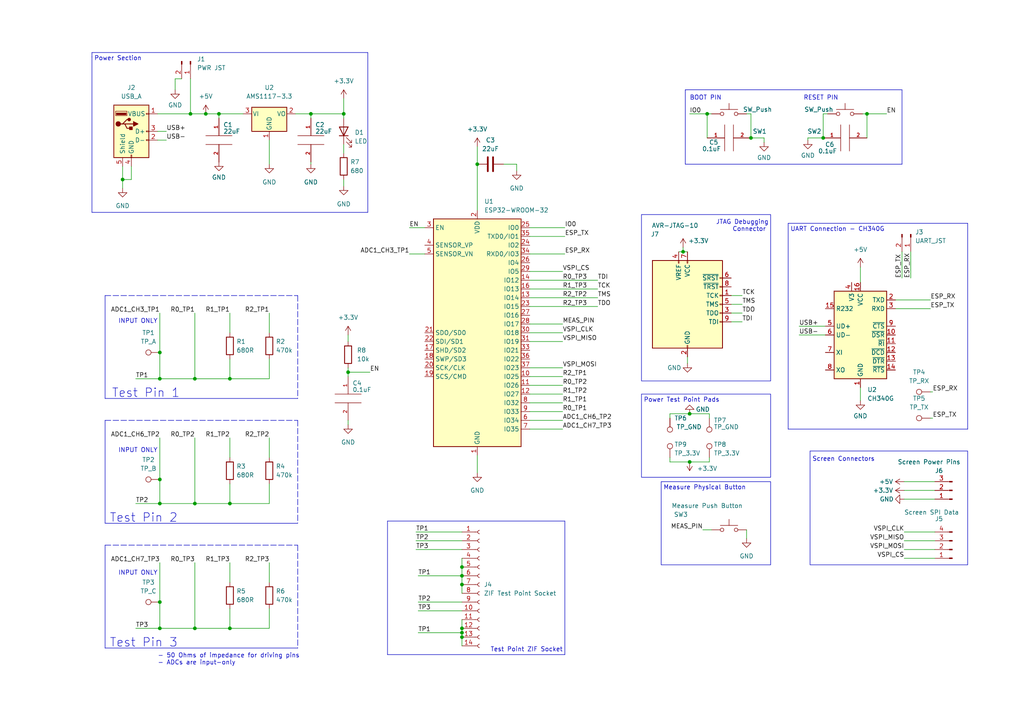
<source format=kicad_sch>
(kicad_sch (version 20230121) (generator eeschema)
  (paper "A4")
  (lib_symbols
    (symbol "Connector:AVR-JTAG-10" (pin_names (offset 1.016))
      (property "Reference" "J" (at -8.89 13.97 0))
      (property "Value" "AVR-JTAG-10" (at 1.27 13.97 0))
      (symbol "AVR-JTAG-10_0_1"
        (rectangle (start -2.667 12.7) (end -2.413 11.938))
        (rectangle (start -0.127 -11.938) (end 0.127 -12.7))
        (rectangle (start -0.127 12.7) (end 0.127 11.938))
        (rectangle (start 10.16 -4.953) (end 9.398 -5.207))
        (rectangle (start 10.16 -2.413) (end 9.398 -2.667))
        (rectangle (start 10.16 0.127) (end 9.398 -0.127))
        (rectangle (start 10.16 2.667) (end 9.398 2.413))
        (rectangle (start 10.16 5.207) (end 9.398 4.953))
        (rectangle (start 10.16 7.747) (end 9.398 7.493))
        (rectangle (start 10.16 12.7) (end -10.16 -12.7) (stroke (width 0.254)) (fill (type background)))
      )
      (symbol "AVR-JTAG-10_1_1"
        (pin passive line (at 12.7 2.54 180) (length 2.54) (name "TCK") (number "1"))
        (pin passive line (at 0 -15.24 90) (length 2.54) hide (name "GND") (number "10"))
        (pin passive line (at 0 -15.24 90) (length 2.54) (name "GND") (number "2"))
        (pin passive line (at 12.7 -2.54 180) (length 2.54) (name "TDO") (number "3"))
        (pin passive line (at -2.54 15.24 270) (length 2.54) (name "VREF") (number "4"))
        (pin passive line (at 12.7 0 180) (length 2.54) (name "TMS") (number "5"))
        (pin passive line (at 12.7 7.62 180) (length 2.54) (name "~{SRST}") (number "6"))
        (pin passive line (at 0 15.24 270) (length 2.54) (name "VCC") (number "7"))
        (pin passive line (at 12.7 5.08 180) (length 2.54) (name "~{TRST}") (number "8"))
        (pin passive line (at 12.7 -5.08 180) (length 2.54) (name "TDI") (number "9"))
      )
    )
    (symbol "Connector:Conn_01x02_Male" (pin_names (offset 1.016) hide)
      (property "Reference" "J" (at 0 2.54 0))
      (property "Value" "Conn_01x02_Male" (at 0 -5.08 0))
      (symbol "Conn_01x02_Male_1_1"
        (polyline (pts (xy 1.27 -2.54) (xy 0.8636 -2.54)) (stroke (width 0.1524)))
        (polyline (pts (xy 1.27 0) (xy 0.8636 0)) (stroke (width 0.1524)))
        (rectangle (start 0.8636 -2.413) (end 0 -2.667) (stroke (width 0.1524)) (fill (type outline)))
        (rectangle (start 0.8636 0.127) (end 0 -0.127) (stroke (width 0.1524)) (fill (type outline)))
        (pin passive line (at 5.08 0 180) (length 3.81) (name "Pin_1") (number "1"))
        (pin passive line (at 5.08 -2.54 180) (length 3.81) (name "Pin_2") (number "2"))
      )
    )
    (symbol "Connector:Conn_01x03_Pin" (pin_names (offset 1.016) hide)
      (property "Reference" "J" (at 0 5.08 0))
      (property "Value" "Conn_01x03_Pin" (at 0 -5.08 0))
      (symbol "Conn_01x03_Pin_1_1"
        (polyline (pts (xy 1.27 -2.54) (xy 0.8636 -2.54)) (stroke (width 0.1524)))
        (polyline (pts (xy 1.27 0) (xy 0.8636 0)) (stroke (width 0.1524)))
        (polyline (pts (xy 1.27 2.54) (xy 0.8636 2.54)) (stroke (width 0.1524)))
        (rectangle (start 0.8636 -2.413) (end 0 -2.667) (stroke (width 0.1524)) (fill (type outline)))
        (rectangle (start 0.8636 0.127) (end 0 -0.127) (stroke (width 0.1524)) (fill (type outline)))
        (rectangle (start 0.8636 2.667) (end 0 2.413) (stroke (width 0.1524)) (fill (type outline)))
        (pin passive line (at 5.08 2.54 180) (length 3.81) (name "Pin_1") (number "1"))
        (pin passive line (at 5.08 0 180) (length 3.81) (name "Pin_2") (number "2"))
        (pin passive line (at 5.08 -2.54 180) (length 3.81) (name "Pin_3") (number "3"))
      )
    )
    (symbol "Connector:Conn_01x04_Pin" (pin_names (offset 1.016) hide)
      (property "Reference" "J" (at 0 5.08 0))
      (property "Value" "Conn_01x04_Pin" (at 0 -7.62 0))
      (symbol "Conn_01x04_Pin_1_1"
        (polyline (pts (xy 1.27 -5.08) (xy 0.8636 -5.08)) (stroke (width 0.1524)))
        (polyline (pts (xy 1.27 -2.54) (xy 0.8636 -2.54)) (stroke (width 0.1524)))
        (polyline (pts (xy 1.27 0) (xy 0.8636 0)) (stroke (width 0.1524)))
        (polyline (pts (xy 1.27 2.54) (xy 0.8636 2.54)) (stroke (width 0.1524)))
        (rectangle (start 0.8636 -4.953) (end 0 -5.207) (stroke (width 0.1524)) (fill (type outline)))
        (rectangle (start 0.8636 -2.413) (end 0 -2.667) (stroke (width 0.1524)) (fill (type outline)))
        (rectangle (start 0.8636 0.127) (end 0 -0.127) (stroke (width 0.1524)) (fill (type outline)))
        (rectangle (start 0.8636 2.667) (end 0 2.413) (stroke (width 0.1524)) (fill (type outline)))
        (pin passive line (at 5.08 2.54 180) (length 3.81) (name "Pin_1") (number "1"))
        (pin passive line (at 5.08 0 180) (length 3.81) (name "Pin_2") (number "2"))
        (pin passive line (at 5.08 -2.54 180) (length 3.81) (name "Pin_3") (number "3"))
        (pin passive line (at 5.08 -5.08 180) (length 3.81) (name "Pin_4") (number "4"))
      )
    )
    (symbol "Connector:Conn_01x14_Female" (pin_names (offset 1.016) hide)
      (property "Reference" "J" (at 0 17.78 0))
      (property "Value" "Conn_01x14_Female" (at 0 -20.32 0))
      (symbol "Conn_01x14_Female_1_1"
        (arc (start 0 -17.272) (mid -0.5058 -17.78) (end 0 -18.288) (stroke (width 0.1524)))
        (arc (start 0 -14.732) (mid -0.5058 -15.24) (end 0 -15.748) (stroke (width 0.1524)))
        (arc (start 0 -12.192) (mid -0.5058 -12.7) (end 0 -13.208) (stroke (width 0.1524)))
        (arc (start 0 -9.652) (mid -0.5058 -10.16) (end 0 -10.668) (stroke (width 0.1524)))
        (arc (start 0 -7.112) (mid -0.5058 -7.62) (end 0 -8.128) (stroke (width 0.1524)))
        (arc (start 0 -4.572) (mid -0.5058 -5.08) (end 0 -5.588) (stroke (width 0.1524)))
        (arc (start 0 -2.032) (mid -0.5058 -2.54) (end 0 -3.048) (stroke (width 0.1524)))
        (polyline (pts (xy -1.27 -17.78) (xy -0.508 -17.78)) (stroke (width 0.1524)))
        (polyline (pts (xy -1.27 -15.24) (xy -0.508 -15.24)) (stroke (width 0.1524)))
        (polyline (pts (xy -1.27 -12.7) (xy -0.508 -12.7)) (stroke (width 0.1524)))
        (polyline (pts (xy -1.27 -10.16) (xy -0.508 -10.16)) (stroke (width 0.1524)))
        (polyline (pts (xy -1.27 -7.62) (xy -0.508 -7.62)) (stroke (width 0.1524)))
        (polyline (pts (xy -1.27 -5.08) (xy -0.508 -5.08)) (stroke (width 0.1524)))
        (polyline (pts (xy -1.27 -2.54) (xy -0.508 -2.54)) (stroke (width 0.1524)))
        (polyline (pts (xy -1.27 0) (xy -0.508 0)) (stroke (width 0.1524)))
        (polyline (pts (xy -1.27 2.54) (xy -0.508 2.54)) (stroke (width 0.1524)))
        (polyline (pts (xy -1.27 5.08) (xy -0.508 5.08)) (stroke (width 0.1524)))
        (polyline (pts (xy -1.27 7.62) (xy -0.508 7.62)) (stroke (width 0.1524)))
        (polyline (pts (xy -1.27 10.16) (xy -0.508 10.16)) (stroke (width 0.1524)))
        (polyline (pts (xy -1.27 12.7) (xy -0.508 12.7)) (stroke (width 0.1524)))
        (polyline (pts (xy -1.27 15.24) (xy -0.508 15.24)) (stroke (width 0.1524)))
        (arc (start 0 0.508) (mid -0.5058 0) (end 0 -0.508) (stroke (width 0.1524)))
        (arc (start 0 3.048) (mid -0.5058 2.54) (end 0 2.032) (stroke (width 0.1524)))
        (arc (start 0 5.588) (mid -0.5058 5.08) (end 0 4.572) (stroke (width 0.1524)))
        (arc (start 0 8.128) (mid -0.5058 7.62) (end 0 7.112) (stroke (width 0.1524)))
        (arc (start 0 10.668) (mid -0.5058 10.16) (end 0 9.652) (stroke (width 0.1524)))
        (arc (start 0 13.208) (mid -0.5058 12.7) (end 0 12.192) (stroke (width 0.1524)))
        (arc (start 0 15.748) (mid -0.5058 15.24) (end 0 14.732) (stroke (width 0.1524)))
        (pin passive line (at -5.08 15.24 0) (length 3.81) (name "Pin_1") (number "1"))
        (pin passive line (at -5.08 -7.62 0) (length 3.81) (name "Pin_10") (number "10"))
        (pin passive line (at -5.08 -10.16 0) (length 3.81) (name "Pin_11") (number "11"))
        (pin passive line (at -5.08 -12.7 0) (length 3.81) (name "Pin_12") (number "12"))
        (pin passive line (at -5.08 -15.24 0) (length 3.81) (name "Pin_13") (number "13"))
        (pin passive line (at -5.08 -17.78 0) (length 3.81) (name "Pin_14") (number "14"))
        (pin passive line (at -5.08 12.7 0) (length 3.81) (name "Pin_2") (number "2"))
        (pin passive line (at -5.08 10.16 0) (length 3.81) (name "Pin_3") (number "3"))
        (pin passive line (at -5.08 7.62 0) (length 3.81) (name "Pin_4") (number "4"))
        (pin passive line (at -5.08 5.08 0) (length 3.81) (name "Pin_5") (number "5"))
        (pin passive line (at -5.08 2.54 0) (length 3.81) (name "Pin_6") (number "6"))
        (pin passive line (at -5.08 0 0) (length 3.81) (name "Pin_7") (number "7"))
        (pin passive line (at -5.08 -2.54 0) (length 3.81) (name "Pin_8") (number "8"))
        (pin passive line (at -5.08 -5.08 0) (length 3.81) (name "Pin_9") (number "9"))
      )
    )
    (symbol "Connector:TestPoint" (pin_numbers hide) (pin_names (offset 0.762) hide)
      (property "Reference" "TP" (at 0 6.858 0))
      (property "Value" "TestPoint" (at 0 5.08 0))
      (symbol "TestPoint_0_1"
        (circle (center 0 3.302) (radius 0.762))
      )
      (symbol "TestPoint_1_1"
        (pin passive line (at 0 0 90) (length 2.54) (name "1") (number "1"))
      )
    )
    (symbol "Connector:USB_A" (pin_names (offset 1.016))
      (property "Reference" "J" (at -5.08 11.43 0))
      (property "Value" "USB_A" (at -5.08 8.89 0))
      (symbol "USB_A_0_1"
        (rectangle (start -5.08 -7.62) (end 5.08 7.62) (stroke (width 0.254)) (fill (type background)))
        (circle (center -3.81 2.159) (radius 0.635) (stroke (width 0.254)) (fill (type outline)))
        (rectangle (start -1.524 4.826) (end -4.318 5.334) (fill (type outline)))
        (rectangle (start -1.27 4.572) (end -4.572 5.842))
        (circle (center -0.635 3.429) (radius 0.381) (stroke (width 0.254)) (fill (type outline)))
        (rectangle (start -0.127 -7.62) (end 0.127 -6.858))
        (polyline (pts (xy -3.175 2.159) (xy -2.54 2.159) (xy -1.27 3.429) (xy -0.635 3.429)) (stroke (width 0.254)))
        (polyline (pts (xy -2.54 2.159) (xy -1.905 2.159) (xy -1.27 0.889) (xy 0 0.889)) (stroke (width 0.254)))
        (polyline (pts (xy 0.635 2.794) (xy 0.635 1.524) (xy 1.905 2.159) (xy 0.635 2.794)) (stroke (width 0.254)) (fill (type outline)))
        (rectangle (start 0.254 1.27) (end -0.508 0.508) (stroke (width 0.254)) (fill (type outline)))
        (rectangle (start 5.08 -2.667) (end 4.318 -2.413))
        (rectangle (start 5.08 -0.127) (end 4.318 0.127))
        (rectangle (start 5.08 4.953) (end 4.318 5.207))
      )
      (symbol "USB_A_1_1"
        (polyline (pts (xy -1.905 2.159) (xy 0.635 2.159)) (stroke (width 0.254)))
        (pin power_in line (at 7.62 5.08 180) (length 2.54) (name "VBUS") (number "1"))
        (pin bidirectional line (at 7.62 -2.54 180) (length 2.54) (name "D-") (number "2"))
        (pin bidirectional line (at 7.62 0 180) (length 2.54) (name "D+") (number "3"))
        (pin power_in line (at 0 -10.16 90) (length 2.54) (name "GND") (number "4"))
        (pin passive line (at -2.54 -10.16 90) (length 2.54) (name "Shield") (number "5"))
      )
    )
    (symbol "Device:C" (pin_numbers hide) (pin_names (offset 0.254))
      (property "Reference" "C" (at 0.635 2.54 0))
      (property "Value" "C" (at 0.635 -2.54 0))
      (symbol "C_0_1"
        (polyline (pts (xy -2.032 -0.762) (xy 2.032 -0.762)) (stroke (width 0.508)))
        (polyline (pts (xy -2.032 0.762) (xy 2.032 0.762)) (stroke (width 0.508)))
      )
      (symbol "C_1_1"
        (pin passive line (at 0 3.81 270) (length 2.794) (name "~") (number "1"))
        (pin passive line (at 0 -3.81 90) (length 2.794) (name "~") (number "2"))
      )
    )
    (symbol "Device:LED" (pin_numbers hide) (pin_names (offset 1.016) hide)
      (property "Reference" "D" (at 0 2.54 0))
      (property "Value" "LED" (at 0 -2.54 0))
      (symbol "LED_0_1"
        (polyline (pts (xy -1.27 -1.27) (xy -1.27 1.27)) (stroke (width 0.254)))
        (polyline (pts (xy -1.27 0) (xy 1.27 0)))
        (polyline (pts (xy 1.27 -1.27) (xy 1.27 1.27) (xy -1.27 0) (xy 1.27 -1.27)) (stroke (width 0.254)))
        (polyline (pts (xy -3.048 -0.762) (xy -4.572 -2.286) (xy -3.81 -2.286) (xy -4.572 -2.286) (xy -4.572 -1.524)))
        (polyline (pts (xy -1.778 -0.762) (xy -3.302 -2.286) (xy -2.54 -2.286) (xy -3.302 -2.286) (xy -3.302 -1.524)))
      )
      (symbol "LED_1_1"
        (pin passive line (at -3.81 0 0) (length 2.54) (name "K") (number "1"))
        (pin passive line (at 3.81 0 180) (length 2.54) (name "A") (number "2"))
      )
    )
    (symbol "Device:R" (pin_numbers hide) (pin_names (offset 0))
      (property "Reference" "R" (at 2.032 0 90))
      (property "Value" "R" (at 0 0 90))
      (symbol "R_0_1"
        (rectangle (start -1.016 -2.54) (end 1.016 2.54) (stroke (width 0.254)))
      )
      (symbol "R_1_1"
        (pin passive line (at 0 3.81 270) (length 1.27) (name "~") (number "1"))
        (pin passive line (at 0 -3.81 90) (length 1.27) (name "~") (number "2"))
      )
    )
    (symbol "Interface_USB:CH340G"
      (property "Reference" "U" (at -5.08 13.97 0))
      (property "Value" "CH340G" (at 1.27 13.97 0))
      (symbol "CH340G_0_1"
        (rectangle (start -7.62 12.7) (end 7.62 -12.7) (stroke (width 0.254)) (fill (type background)))
      )
      (symbol "CH340G_1_1"
        (pin power_in line (at 0 -15.24 90) (length 2.54) (name "GND") (number "1"))
        (pin input line (at 10.16 0 180) (length 2.54) (name "~{DSR}") (number "10"))
        (pin input line (at 10.16 -2.54 180) (length 2.54) (name "~{RI}") (number "11"))
        (pin input line (at 10.16 -5.08 180) (length 2.54) (name "~{DCD}") (number "12"))
        (pin output line (at 10.16 -7.62 180) (length 2.54) (name "~{DTR}") (number "13"))
        (pin output line (at 10.16 -10.16 180) (length 2.54) (name "~{RTS}") (number "14"))
        (pin input line (at -10.16 7.62 0) (length 2.54) (name "R232") (number "15"))
        (pin power_in line (at 0 15.24 270) (length 2.54) (name "VCC") (number "16"))
        (pin output line (at 10.16 10.16 180) (length 2.54) (name "TXD") (number "2"))
        (pin input line (at 10.16 7.62 180) (length 2.54) (name "RXD") (number "3"))
        (pin passive line (at -2.54 15.24 270) (length 2.54) (name "V3") (number "4"))
        (pin bidirectional line (at -10.16 2.54 0) (length 2.54) (name "UD+") (number "5"))
        (pin bidirectional line (at -10.16 0 0) (length 2.54) (name "UD-") (number "6"))
        (pin input line (at -10.16 -5.08 0) (length 2.54) (name "XI") (number "7"))
        (pin output line (at -10.16 -10.16 0) (length 2.54) (name "XO") (number "8"))
        (pin input line (at 10.16 2.54 180) (length 2.54) (name "~{CTS}") (number "9"))
      )
    )
    (symbol "RF_Module:ESP32-WROOM-32"
      (property "Reference" "U" (at -12.7 34.29 0))
      (property "Value" "ESP32-WROOM-32" (at 1.27 34.29 0))
      (symbol "ESP32-WROOM-32_0_1"
        (rectangle (start -12.7 33.02) (end 12.7 -33.02) (stroke (width 0.254)) (fill (type background)))
      )
      (symbol "ESP32-WROOM-32_1_1"
        (pin power_in line (at 0 -35.56 90) (length 2.54) (name "GND") (number "1"))
        (pin bidirectional line (at 15.24 -12.7 180) (length 2.54) (name "IO25") (number "10"))
        (pin bidirectional line (at 15.24 -15.24 180) (length 2.54) (name "IO26") (number "11"))
        (pin bidirectional line (at 15.24 -17.78 180) (length 2.54) (name "IO27") (number "12"))
        (pin bidirectional line (at 15.24 10.16 180) (length 2.54) (name "IO14") (number "13"))
        (pin bidirectional line (at 15.24 15.24 180) (length 2.54) (name "IO12") (number "14"))
        (pin passive line (at 0 -35.56 90) (length 2.54) hide (name "GND") (number "15"))
        (pin bidirectional line (at 15.24 12.7 180) (length 2.54) (name "IO13") (number "16"))
        (pin bidirectional line (at -15.24 -5.08 0) (length 2.54) (name "SHD/SD2") (number "17"))
        (pin bidirectional line (at -15.24 -7.62 0) (length 2.54) (name "SWP/SD3") (number "18"))
        (pin bidirectional line (at -15.24 -12.7 0) (length 2.54) (name "SCS/CMD") (number "19"))
        (pin power_in line (at 0 35.56 270) (length 2.54) (name "VDD") (number "2"))
        (pin bidirectional line (at -15.24 -10.16 0) (length 2.54) (name "SCK/CLK") (number "20"))
        (pin bidirectional line (at -15.24 0 0) (length 2.54) (name "SDO/SD0") (number "21"))
        (pin bidirectional line (at -15.24 -2.54 0) (length 2.54) (name "SDI/SD1") (number "22"))
        (pin bidirectional line (at 15.24 7.62 180) (length 2.54) (name "IO15") (number "23"))
        (pin bidirectional line (at 15.24 25.4 180) (length 2.54) (name "IO2") (number "24"))
        (pin bidirectional line (at 15.24 30.48 180) (length 2.54) (name "IO0") (number "25"))
        (pin bidirectional line (at 15.24 20.32 180) (length 2.54) (name "IO4") (number "26"))
        (pin bidirectional line (at 15.24 5.08 180) (length 2.54) (name "IO16") (number "27"))
        (pin bidirectional line (at 15.24 2.54 180) (length 2.54) (name "IO17") (number "28"))
        (pin bidirectional line (at 15.24 17.78 180) (length 2.54) (name "IO5") (number "29"))
        (pin input line (at -15.24 30.48 0) (length 2.54) (name "EN") (number "3"))
        (pin bidirectional line (at 15.24 0 180) (length 2.54) (name "IO18") (number "30"))
        (pin bidirectional line (at 15.24 -2.54 180) (length 2.54) (name "IO19") (number "31"))
        (pin no_connect line (at -12.7 -27.94 0) (length 2.54) hide (name "NC") (number "32"))
        (pin bidirectional line (at 15.24 -5.08 180) (length 2.54) (name "IO21") (number "33"))
        (pin bidirectional line (at 15.24 22.86 180) (length 2.54) (name "RXD0/IO3") (number "34"))
        (pin bidirectional line (at 15.24 27.94 180) (length 2.54) (name "TXD0/IO1") (number "35"))
        (pin bidirectional line (at 15.24 -7.62 180) (length 2.54) (name "IO22") (number "36"))
        (pin bidirectional line (at 15.24 -10.16 180) (length 2.54) (name "IO23") (number "37"))
        (pin passive line (at 0 -35.56 90) (length 2.54) hide (name "GND") (number "38"))
        (pin passive line (at 0 -35.56 90) (length 2.54) hide (name "GND") (number "39"))
        (pin input line (at -15.24 25.4 0) (length 2.54) (name "SENSOR_VP") (number "4"))
        (pin input line (at -15.24 22.86 0) (length 2.54) (name "SENSOR_VN") (number "5"))
        (pin input line (at 15.24 -25.4 180) (length 2.54) (name "IO34") (number "6"))
        (pin input line (at 15.24 -27.94 180) (length 2.54) (name "IO35") (number "7"))
        (pin bidirectional line (at 15.24 -20.32 180) (length 2.54) (name "IO32") (number "8"))
        (pin bidirectional line (at 15.24 -22.86 180) (length 2.54) (name "IO33") (number "9"))
      )
    )
    (symbol "Regulator_Linear:AMS1117-3.3" (pin_names (offset 0.254))
      (property "Reference" "U" (at -3.81 3.175 0))
      (property "Value" "AMS1117-3.3" (at 0 3.175 0))
      (symbol "AMS1117-3.3_0_1"
        (rectangle (start -5.08 -5.08) (end 5.08 1.905) (stroke (width 0.254)) (fill (type background)))
      )
      (symbol "AMS1117-3.3_1_1"
        (pin power_in line (at 0 -7.62 90) (length 2.54) (name "GND") (number "1"))
        (pin power_out line (at 7.62 0 180) (length 2.54) (name "VO") (number "2"))
        (pin power_in line (at -7.62 0 0) (length 2.54) (name "VI") (number "3"))
      )
    )
    (symbol "Switch:SW_Push" (pin_numbers hide) (pin_names (offset 1.016) hide)
      (property "Reference" "SW" (at 1.27 2.54 0))
      (property "Value" "SW_Push" (at 0 -1.524 0))
      (symbol "SW_Push_0_1"
        (circle (center -2.032 0) (radius 0.508))
        (polyline (pts (xy 0 1.27) (xy 0 3.048)))
        (polyline (pts (xy 2.54 1.27) (xy -2.54 1.27)))
        (circle (center 2.032 0) (radius 0.508))
        (pin passive line (at -5.08 0 0) (length 2.54) (name "1") (number "1"))
        (pin passive line (at 5.08 0 180) (length 2.54) (name "2") (number "2"))
      )
    )
    (symbol "power:+3.3V" (power) (pin_names (offset 0))
      (property "Value" "+3.3V" (at 0 3.556 0))
      (symbol "+3.3V_0_1"
        (polyline (pts (xy -0.762 1.27) (xy 0 2.54)))
        (polyline (pts (xy 0 0) (xy 0 2.54)))
        (polyline (pts (xy 0 2.54) (xy 0.762 1.27)))
      )
      (symbol "+3.3V_1_1"
        (pin power_in line (at 0 0 90) (length 0) hide (name "+3.3V") (number "1"))
      )
    )
    (symbol "power:+5V" (power) (pin_names (offset 0))
      (property "Value" "+5V" (at 0 3.556 0))
      (symbol "+5V_0_1"
        (polyline (pts (xy -0.762 1.27) (xy 0 2.54)))
        (polyline (pts (xy 0 0) (xy 0 2.54)))
        (polyline (pts (xy 0 2.54) (xy 0.762 1.27)))
      )
      (symbol "+5V_1_1"
        (pin power_in line (at 0 0 90) (length 0) hide (name "+5V") (number "1"))
      )
    )
    (symbol "power:GND" (power) (pin_names (offset 0))
      (property "Value" "GND" (at 0 -3.81 0))
      (symbol "GND_0_1"
        (polyline (pts (xy 0 0) (xy 0 -1.27) (xy 1.27 -1.27) (xy 0 -2.54) (xy -1.27 -1.27) (xy 0 -1.27)))
      )
      (symbol "GND_1_1"
        (pin power_in line (at 0 0 270) (length 0) hide (name "GND") (number "1"))
      )
    )
    (symbol "pspice:C" (pin_names (offset 0.254))
      (property "Reference" "C" (at 2.54 3.81 90))
      (property "Value" "C" (at 2.54 -3.81 90))
      (symbol "C_0_1"
        (polyline (pts (xy -3.81 -1.27) (xy 3.81 -1.27)))
        (polyline (pts (xy -3.81 1.27) (xy 3.81 1.27)))
      )
      (symbol "C_1_1"
        (pin passive line (at 0 6.35 270) (length 5.08) (name "~") (number "1"))
        (pin passive line (at 0 -6.35 90) (length 5.08) (name "~") (number "2"))
      )
    )
  )
  (junction (at 100.965 107.95))
  (junction (at 56.515 182.245))
  (junction (at 90.17 33.02))
  (junction (at 46.355 146.05))
  (junction (at 238.76 40.005))
  (junction (at 205.105 33.02))
  (junction (at 251.46 33.02))
  (junction (at 46.355 174.625))
  (junction (at 133.985 164.465))
  (junction (at 46.355 139.065))
  (junction (at 66.675 146.05))
  (junction (at 59.69 33.02))
  (junction (at 46.355 182.245))
  (junction (at 56.515 146.05))
  (junction (at 46.355 102.235))
  (junction (at 66.675 109.855))
  (junction (at 133.985 167.005))
  (junction (at 133.985 182.245))
  (junction (at 198.12 73.025))
  (junction (at 56.515 109.855))
  (junction (at 35.56 52.07))
  (junction (at 200.025 120.015))
  (junction (at 133.985 169.545))
  (junction (at 66.675 182.245))
  (junction (at 63.5 33.02))
  (junction (at 133.985 184.785))
  (junction (at 138.43 47.625))
  (junction (at 99.695 33.02))
  (junction (at 55.245 33.02))
  (junction (at 46.355 109.855))
  (junction (at 133.985 183.515))
  (junction (at 200.025 133.985))
  (junction (at 217.805 40.005))
  (wire (pts (xy 153.67 66.04) (xy 163.83 66.04)))
  (wire (pts (xy 251.46 33.02) (xy 251.46 40.005)))
  (wire (pts (xy 46.355 182.245) (xy 56.515 182.245)))
  (wire (pts (xy 90.17 34.29) (xy 90.17 33.02)))
  (wire (pts (xy 198.12 73.025) (xy 199.39 73.025)))
  (wire (pts (xy 153.67 121.92) (xy 163.195 121.92)))
  (wire (pts (xy 262.255 142.24) (xy 271.145 142.24)))
  (wire (pts (xy 205.74 132.715) (xy 205.74 133.985)))
  (wire (pts (xy 262.255 139.7) (xy 271.145 139.7)))
  (wire (pts (xy 45.72 40.64) (xy 48.26 40.64)))
  (wire (pts (xy 78.105 40.64) (xy 78.105 47.625)))
  (wire (pts (xy 231.775 94.615) (xy 239.395 94.615)))
  (wire (pts (xy 153.67 109.22) (xy 163.195 109.22)))
  (wire (pts (xy 118.745 73.66) (xy 123.19 73.66)))
  (wire (pts (xy 66.675 127) (xy 66.675 132.715)))
  (wire (pts (xy 138.43 42.545) (xy 138.43 47.625)))
  (wire (pts (xy 38.1 48.26) (xy 38.1 52.07)))
  (wire (pts (xy 146.05 47.625) (xy 149.86 47.625)))
  (wire (pts (xy 250.19 33.02) (xy 251.46 33.02)))
  (wire (pts (xy 153.67 119.38) (xy 163.195 119.38)))
  (polyline (pts (xy 228.6 124.46) (xy 228.6 64.77)))
  (wire (pts (xy 238.76 33.02) (xy 238.76 40.005)))
  (wire (pts (xy 78.105 182.245) (xy 78.105 176.53)))
  (wire (pts (xy 205.74 120.015) (xy 205.74 121.285)))
  (wire (pts (xy 212.09 93.345) (xy 215.265 93.345)))
  (wire (pts (xy 153.67 106.68) (xy 163.195 106.68)))
  (wire (pts (xy 217.805 33.02) (xy 217.805 40.005)))
  (wire (pts (xy 153.67 88.9) (xy 173.355 88.9)))
  (wire (pts (xy 99.695 41.91) (xy 99.695 44.45)))
  (wire (pts (xy 66.675 146.05) (xy 66.675 140.335)))
  (wire (pts (xy 56.515 127) (xy 56.515 146.05)))
  (wire (pts (xy 66.675 109.855) (xy 66.675 104.14)))
  (wire (pts (xy 39.37 182.245) (xy 46.355 182.245)))
  (wire (pts (xy 100.965 97.155) (xy 100.965 99.06)))
  (wire (pts (xy 45.72 38.1) (xy 48.26 38.1)))
  (wire (pts (xy 38.1 52.07) (xy 35.56 52.07)))
  (wire (pts (xy 39.37 146.05) (xy 46.355 146.05)))
  (wire (pts (xy 153.67 81.28) (xy 173.355 81.28)))
  (polyline (pts (xy 198.755 26.035) (xy 261.62 26.035)))
  (wire (pts (xy 153.67 68.58) (xy 163.83 68.58)))
  (wire (pts (xy 66.675 163.195) (xy 66.675 168.91)))
  (wire (pts (xy 262.255 156.845) (xy 271.145 156.845)))
  (wire (pts (xy 203.835 153.67) (xy 206.375 153.67)))
  (wire (pts (xy 216.535 153.67) (xy 216.535 156.21)))
  (wire (pts (xy 121.285 167.005) (xy 133.985 167.005)))
  (wire (pts (xy 262.255 144.78) (xy 271.145 144.78)))
  (polyline (pts (xy 106.68 15.24) (xy 26.67 15.24)))
  (wire (pts (xy 194.31 121.285) (xy 194.31 120.015)))
  (wire (pts (xy 212.09 90.805) (xy 215.265 90.805)))
  (wire (pts (xy 200.025 33.02) (xy 205.105 33.02)))
  (wire (pts (xy 120.65 156.845) (xy 133.985 156.845)))
  (wire (pts (xy 153.67 78.74) (xy 163.195 78.74)))
  (polyline (pts (xy 163.83 189.865) (xy 112.395 189.865)))
  (wire (pts (xy 133.985 182.245) (xy 133.985 183.515)))
  (wire (pts (xy 45.72 33.02) (xy 55.245 33.02)))
  (wire (pts (xy 153.67 111.76) (xy 163.195 111.76)))
  (wire (pts (xy 78.105 146.05) (xy 78.105 140.335)))
  (wire (pts (xy 153.67 73.66) (xy 163.83 73.66)))
  (wire (pts (xy 153.67 96.52) (xy 163.195 96.52)))
  (wire (pts (xy 205.105 33.02) (xy 205.105 40.005)))
  (wire (pts (xy 138.43 132.08) (xy 138.43 137.16)))
  (wire (pts (xy 55.245 33.02) (xy 59.69 33.02)))
  (wire (pts (xy 35.56 48.26) (xy 35.56 52.07)))
  (polyline (pts (xy 228.6 64.77) (xy 280.67 64.77)))
  (polyline (pts (xy 30.48 85.725) (xy 86.36 85.725)) (stroke (width 0) (type dash)))
  (wire (pts (xy 194.31 120.015) (xy 200.025 120.015)))
  (wire (pts (xy 205.74 133.985) (xy 200.025 133.985)))
  (polyline (pts (xy 163.83 151.13) (xy 163.83 189.865)))
  (wire (pts (xy 133.985 169.545) (xy 133.985 172.085)))
  (wire (pts (xy 121.285 177.165) (xy 133.985 177.165)))
  (polyline (pts (xy 30.48 85.725) (xy 30.48 115.57)))
  (wire (pts (xy 120.65 159.385) (xy 133.985 159.385)))
  (wire (pts (xy 78.105 127) (xy 78.105 132.715)))
  (wire (pts (xy 270.51 113.665) (xy 269.875 113.665)))
  (wire (pts (xy 153.67 124.46) (xy 163.195 124.46)))
  (wire (pts (xy 78.105 163.195) (xy 78.105 168.91)))
  (wire (pts (xy 99.695 33.02) (xy 99.695 28.575)))
  (polyline (pts (xy 86.36 115.57) (xy 30.48 115.57)))
  (polyline (pts (xy 280.67 124.46) (xy 228.6 124.46)))
  (wire (pts (xy 56.515 163.195) (xy 56.515 182.245)))
  (wire (pts (xy 100.965 107.95) (xy 100.965 109.22)))
  (polyline (pts (xy 86.36 85.725) (xy 86.36 115.57)) (stroke (width 0) (type dash)))
  (polyline (pts (xy 261.62 26.035) (xy 261.62 47.625)))
  (polyline (pts (xy 86.36 187.96) (xy 30.48 187.96)))
  (wire (pts (xy 216.535 33.02) (xy 217.805 33.02)))
  (wire (pts (xy 46.355 127) (xy 46.355 139.065)))
  (wire (pts (xy 249.555 77.47) (xy 249.555 81.915)))
  (wire (pts (xy 46.355 109.855) (xy 56.515 109.855)))
  (wire (pts (xy 259.715 89.535) (xy 269.875 89.535)))
  (wire (pts (xy 99.695 52.07) (xy 99.695 53.975)))
  (wire (pts (xy 153.67 116.84) (xy 163.195 116.84)))
  (wire (pts (xy 262.255 154.305) (xy 271.145 154.305)))
  (wire (pts (xy 121.285 183.515) (xy 133.985 183.515)))
  (wire (pts (xy 196.85 73.025) (xy 198.12 73.025)))
  (wire (pts (xy 66.675 109.855) (xy 78.105 109.855)))
  (wire (pts (xy 46.355 174.625) (xy 46.355 182.245)))
  (wire (pts (xy 240.03 33.02) (xy 238.76 33.02)))
  (polyline (pts (xy 106.68 61.595) (xy 106.68 15.24)))
  (polyline (pts (xy 30.48 158.115) (xy 30.48 187.96)))
  (wire (pts (xy 52.705 22.86) (xy 50.8 22.86)))
  (wire (pts (xy 99.695 33.02) (xy 99.695 34.29)))
  (polyline (pts (xy 30.48 158.115) (xy 86.36 158.115)) (stroke (width 0) (type dash)))
  (wire (pts (xy 206.375 33.02) (xy 205.105 33.02)))
  (wire (pts (xy 90.17 46.99) (xy 90.17 47.625)))
  (polyline (pts (xy 112.395 189.865) (xy 112.395 151.13)))
  (wire (pts (xy 66.675 146.05) (xy 78.105 146.05)))
  (polyline (pts (xy 86.36 121.92) (xy 86.36 151.765)) (stroke (width 0) (type dash)))
  (wire (pts (xy 251.46 33.02) (xy 257.175 33.02)))
  (wire (pts (xy 261.62 73.025) (xy 261.62 80.645)))
  (wire (pts (xy 138.43 47.625) (xy 138.43 60.96)))
  (wire (pts (xy 46.355 90.805) (xy 46.355 102.235)))
  (wire (pts (xy 78.105 109.855) (xy 78.105 104.14)))
  (polyline (pts (xy 30.48 121.92) (xy 86.36 121.92)) (stroke (width 0) (type dash)))
  (wire (pts (xy 269.875 121.285) (xy 270.51 121.285)))
  (wire (pts (xy 212.09 88.265) (xy 215.265 88.265)))
  (wire (pts (xy 63.5 33.02) (xy 63.5 34.29)))
  (wire (pts (xy 153.67 93.98) (xy 163.195 93.98)))
  (polyline (pts (xy 86.36 158.115) (xy 86.36 187.96)) (stroke (width 0) (type dash)))
  (wire (pts (xy 46.355 163.195) (xy 46.355 174.625)))
  (polyline (pts (xy 112.395 151.13) (xy 163.83 151.13)))
  (wire (pts (xy 133.985 167.005) (xy 133.985 169.545)))
  (wire (pts (xy 153.67 114.3) (xy 163.195 114.3)))
  (wire (pts (xy 264.16 73.025) (xy 264.16 80.645)))
  (wire (pts (xy 149.86 47.625) (xy 149.86 49.53)))
  (wire (pts (xy 55.245 22.86) (xy 55.245 33.02)))
  (wire (pts (xy 234.315 40.005) (xy 234.315 40.64)))
  (wire (pts (xy 100.965 106.68) (xy 100.965 107.95)))
  (wire (pts (xy 212.09 85.725) (xy 215.265 85.725)))
  (polyline (pts (xy 30.48 121.92) (xy 30.48 151.765)))
  (wire (pts (xy 66.675 182.245) (xy 66.675 176.53)))
  (wire (pts (xy 249.555 112.395) (xy 249.555 116.205)))
  (wire (pts (xy 66.675 90.805) (xy 66.675 96.52)))
  (wire (pts (xy 221.615 40.005) (xy 221.615 41.275)))
  (wire (pts (xy 262.255 161.925) (xy 271.145 161.925)))
  (wire (pts (xy 198.12 71.755) (xy 198.12 73.025)))
  (wire (pts (xy 56.515 109.855) (xy 66.675 109.855)))
  (wire (pts (xy 120.65 154.305) (xy 133.985 154.305)))
  (wire (pts (xy 133.985 183.515) (xy 133.985 184.785)))
  (wire (pts (xy 107.315 107.95) (xy 100.965 107.95)))
  (wire (pts (xy 66.675 182.245) (xy 78.105 182.245)))
  (wire (pts (xy 238.76 40.005) (xy 234.315 40.005)))
  (wire (pts (xy 78.105 90.805) (xy 78.105 96.52)))
  (wire (pts (xy 200.025 133.985) (xy 194.31 133.985)))
  (wire (pts (xy 100.965 123.19) (xy 100.965 121.92)))
  (wire (pts (xy 153.67 86.36) (xy 173.355 86.36)))
  (wire (pts (xy 199.39 103.505) (xy 199.39 105.41)))
  (polyline (pts (xy 198.755 26.035) (xy 199.39 26.035)))
  (wire (pts (xy 59.69 33.02) (xy 63.5 33.02)))
  (wire (pts (xy 39.37 109.855) (xy 46.355 109.855)))
  (polyline (pts (xy 26.67 15.24) (xy 26.67 16.51)))
  (wire (pts (xy 259.715 86.995) (xy 269.875 86.995)))
  (polyline (pts (xy 198.755 47.625) (xy 198.755 26.035)))
  (wire (pts (xy 153.67 83.82) (xy 173.355 83.82)))
  (wire (pts (xy 46.355 139.065) (xy 46.355 146.05)))
  (wire (pts (xy 56.515 182.245) (xy 66.675 182.245)))
  (polyline (pts (xy 86.36 151.765) (xy 30.48 151.765)))
  (wire (pts (xy 194.31 133.985) (xy 194.31 132.715)))
  (wire (pts (xy 56.515 146.05) (xy 66.675 146.05)))
  (wire (pts (xy 50.8 22.86) (xy 50.8 26.035)))
  (wire (pts (xy 133.985 184.785) (xy 133.985 187.325)))
  (wire (pts (xy 85.725 33.02) (xy 90.17 33.02)))
  (polyline (pts (xy 280.67 64.77) (xy 280.67 124.46)))
  (polyline (pts (xy 26.67 16.51) (xy 26.67 61.595)))
  (wire (pts (xy 200.025 120.015) (xy 205.74 120.015)))
  (wire (pts (xy 46.355 102.235) (xy 46.355 109.855)))
  (wire (pts (xy 153.67 99.06) (xy 163.195 99.06)))
  (wire (pts (xy 133.985 161.925) (xy 133.985 164.465)))
  (wire (pts (xy 262.255 159.385) (xy 271.145 159.385)))
  (wire (pts (xy 46.355 146.05) (xy 56.515 146.05)))
  (wire (pts (xy 231.775 97.155) (xy 239.395 97.155)))
  (polyline (pts (xy 26.67 61.595) (xy 106.68 61.595)))
  (polyline (pts (xy 261.62 47.625) (xy 198.755 47.625)))
  (wire (pts (xy 121.285 174.625) (xy 133.985 174.625)))
  (wire (pts (xy 217.805 40.005) (xy 221.615 40.005)))
  (wire (pts (xy 118.745 66.04) (xy 123.19 66.04)))
  (wire (pts (xy 133.985 179.705) (xy 133.985 182.245)))
  (wire (pts (xy 63.5 33.02) (xy 70.485 33.02)))
  (wire (pts (xy 35.56 52.07) (xy 35.56 54.61)))
  (wire (pts (xy 56.515 90.805) (xy 56.515 109.855)))
  (wire (pts (xy 90.17 33.02) (xy 99.695 33.02)))
  (wire (pts (xy 133.985 164.465) (xy 133.985 167.005)))
  (rectangle (start 191.77 139.7) (end 223.52 163.83))
  (rectangle (start 186.055 62.23) (end 223.52 110.49))
  (rectangle (start 186.055 114.3) (end 223.52 138.43))
  (rectangle (start 234.95 130.81) (end 280.67 163.83))
  (text "INPUT ONLY" (at 34.29 131.445 0) (effects (font (size 1.27 1.27)) (justify left bottom)))
  (text "Screen Connectors" (at 235.585 133.985 0) (effects (font (size 1.27 1.27)) (justify left bottom)))
  (text "JTAG Debugging \n	Connector" (at 207.645 67.31 0) (effects (font (size 1.27 1.27)) (justify left bottom)))
  (text "- 50 Ohms of impedance for driving pins\n- ADCs are input-only" (at 45.72 193.04 0) (effects (font (size 1.27 1.27)) (justify left bottom)))
  (text "Power Test Point Pads" (at 186.69 116.84 0) (effects (font (size 1.27 1.27)) (justify left bottom)))
  (text "Test Pin 1" (at 32.385 115.57 0) (effects (font (size 2.5 2.5)) (justify left bottom)))
  (text "INPUT ONLY" (at 34.29 93.98 0) (effects (font (size 1.27 1.27)) (justify left bottom)))
  (text "BOOT PIN" (at 200.025 29.21 0) (effects (font (size 1.27 1.27)) (justify left bottom)))
  (text "INPUT ONLY" (at 34.29 167.005 0) (effects (font (size 1.27 1.27)) (justify left bottom)))
  (text "Test Pin 3" (at 31.75 187.96 0) (effects (font (size 2.5 2.5)) (justify left bottom)))
  (text "Measure Physical Button" (at 192.405 142.24 0) (effects (font (size 1.27 1.27)) (justify left bottom)))
  (text "Power Section" (at 27.305 17.78 0) (effects (font (size 1.27 1.27)) (justify left bottom)))
  (text "UART Connection - CH340G" (at 229.235 67.31 0) (effects (font (size 1.27 1.27)) (justify left bottom)))
  (text "RESET PIN" (at 233.045 29.21 0) (effects (font (size 1.27 1.27)) (justify left bottom)))
  (text "Test Point ZIF Socket" (at 142.24 189.23 0) (effects (font (size 1.27 1.27)) (justify left bottom)))
  (text "Test Pin 2" (at 31.75 151.765 0) (effects (font (size 2.5 2.5)) (justify left bottom)))
  (label "ESP_RX" (at 270.51 113.665 0))
  (label "R2_TP3" (at 163.195 88.9 0))
  (label "ESP_RX" (at 269.875 86.995 0))
  (label "ESP_TX" (at 270.51 121.285 0))
  (label "USB-" (at 48.26 40.64 0))
  (label "R1_TP2" (at 163.195 114.3 0))
  (label "ADC1_CH7_TP3" (at 46.355 163.195 180))
  (label "TP2" (at 121.285 174.625 0))
  (label "TDO" (at 173.355 88.9 0))
  (label "TMS" (at 215.265 88.265 0))
  (label "R1_TP1" (at 163.195 116.84 0))
  (label "R2_TP1" (at 78.105 90.805 180))
  (label "VSPI_MOSI" (at 163.195 106.68 0))
  (label "ESP_TX" (at 269.875 89.535 0))
  (label "TP1" (at 121.285 167.005 0))
  (label "ADC1_CH3_TP1" (at 46.355 90.805 180))
  (label "TP3" (at 121.285 177.165 0))
  (label "TP2" (at 120.65 156.845 0))
  (label "ESP_RX" (at 163.83 73.66 0))
  (label "R0_TP2" (at 56.515 127 180))
  (label "ADC1_CH6_TP2" (at 163.195 121.92 0))
  (label "R0_TP1" (at 56.515 90.805 180))
  (label "TP2" (at 39.37 146.05 0))
  (label "ADC1_CH7_TP3" (at 163.195 124.46 0))
  (label "R0_TP2" (at 163.195 111.76 0))
  (label "R2_TP2" (at 78.105 127 180))
  (label "ESP_RX" (at 264.16 80.645 90))
  (label "IO0" (at 163.83 66.04 0))
  (label "ADC1_CH6_TP2" (at 46.355 127 180))
  (label "EN" (at 107.315 107.95 0))
  (label "R0_TP3" (at 56.515 163.195 180))
  (label "EN" (at 118.745 66.04 0))
  (label "TP1" (at 39.37 109.855 0))
  (label "USB+" (at 231.775 94.615 0))
  (label "VSPI_CS" (at 262.255 161.925 180))
  (label "ADC1_CH3_TP1" (at 118.745 73.66 180))
  (label "MEAS_PIN" (at 163.195 93.98 0))
  (label "TCK" (at 173.355 83.82 0))
  (label "ESP_TX" (at 261.62 80.645 90))
  (label "MEAS_PIN" (at 203.835 153.67 180))
  (label "VSPI_MOSI" (at 262.255 159.385 180))
  (label "R1_TP1" (at 66.675 90.805 180))
  (label "IO0" (at 200.025 33.02 0))
  (label "VSPI_CS" (at 163.195 78.74 0))
  (label "ESP_TX" (at 163.83 68.58 0))
  (label "TCK" (at 215.265 85.725 0))
  (label "TP3" (at 39.37 182.245 0))
  (label "USB-" (at 231.775 97.155 0))
  (label "USB+" (at 48.26 38.1 0))
  (label "VSPI_CLK" (at 163.195 96.52 0))
  (label "R1_TP3" (at 66.675 163.195 180))
  (label "TDI" (at 215.265 93.345 0))
  (label "R2_TP1" (at 163.195 109.22 0))
  (label "R2_TP2" (at 163.195 86.36 0))
  (label "VSPI_MISO" (at 163.195 99.06 0))
  (label "EN" (at 257.175 33.02 0))
  (label "VSPI_CLK" (at 262.255 154.305 180))
  (label "TDO" (at 215.265 90.805 0))
  (label "TP1" (at 120.65 154.305 0))
  (label "R1_TP2" (at 66.675 127 180))
  (label "R1_TP3" (at 163.195 83.82 0))
  (label "TP1" (at 121.285 183.515 0))
  (label "R0_TP1" (at 163.195 119.38 0))
  (label "R0_TP3" (at 163.195 81.28 0))
  (label "R2_TP3" (at 78.105 163.195 180))
  (label "TDI" (at 173.355 81.28 0))
  (label "TP3" (at 120.65 159.385 0))
  (label "VSPI_MISO" (at 262.255 156.845 180))
  (label "TMS" (at 173.355 86.36 0))
  (symbol (lib_id "pspice:C") (at 211.455 40.005 90) (unit 1)
    (property "Reference" "C5" (at 207.01 41.275 90))
    (property "Value" "0.1uF" (at 206.375 43.18 90))
  )
  (symbol (lib_id "power:GND") (at 221.615 41.275 0) (unit 1)
    (property "Reference" "#PWR?" (effects hide))
    (property "Value" "GND" (at 221.615 45.72 0))
  )
  (symbol (lib_id "pspice:C") (at 63.5 40.64 0) (unit 1)
    (property "Reference" "C1" (at 64.77 36.195 0) (effects (justify left)))
    (property "Value" "22uF" (at 64.77 38.1 0) (effects (justify left)))
  )
  (symbol (lib_id "Switch:SW_Push") (at 245.11 33.02 0) (unit 1)
    (property "Reference" "SW2" (at 236.22 38.1 0))
    (property "Value" "SW_Push" (at 237.49 31.75 0))
  )
  (symbol (lib_id "Device:C") (at 142.24 47.625 90) (unit 1)
    (property "Reference" "C3" (at 142.24 40.64 90))
    (property "Value" "22uF" (at 142.24 43.18 90))
  )
  (symbol (lib_id "power:GND") (at 100.965 123.19 0) (unit 1)
    (property "Reference" "#PWR010" (effects hide))
    (property "Value" "GND" (at 100.965 128.27 0))
  )
  (symbol (lib_id "Connector:Conn_01x03_Pin") (at 276.225 142.24 180) (unit 1)
    (property "Reference" "J6" (at 271.145 136.525 0) (effects (justify right)))
    (property "Value" "Screen Power Pins" (at 260.35 133.985 0) (effects (justify right)))
  )
  (symbol (lib_id "Connector:TestPoint") (at 46.355 102.235 90) (unit 1)
    (property "Reference" "TP1" (at 43.053 96.52 90))
    (property "Value" "TP_A" (at 43.053 99.06 90))
    (property "Footprint" "TestPoint:TestPoint_Pad_D2.0mm" (effects hide))
  )
  (symbol (lib_id "Device:R") (at 78.105 172.72 0) (unit 1)
    (property "Reference" "R6" (at 80.01 171.4499 0) (effects (justify left)))
    (property "Value" "470k" (at 80.01 173.9899 0) (effects (justify left)))
  )
  (symbol (lib_id "Switch:SW_Push") (at 211.455 153.67 0) (unit 1)
    (property "Reference" "SW3" (at 197.485 149.225 0))
    (property "Value" "Measure Push Button" (at 205.105 146.685 0))
  )
  (symbol (lib_id "Connector:Conn_01x14_Female") (at 139.065 169.545 0) (unit 1)
    (property "Reference" "J4" (at 140.335 169.5449 0) (effects (justify left)))
    (property "Value" "ZIF Test Point Socket" (at 140.335 172.0849 0) (effects (justify left)))
  )
  (symbol (lib_id "Device:R") (at 100.965 102.87 0) (unit 1)
    (property "Reference" "R8" (at 103.505 101.6 0) (effects (justify left)))
    (property "Value" "10k" (at 103.505 104.14 0) (effects (justify left)))
  )
  (symbol (lib_id "Device:R") (at 78.105 136.525 0) (unit 1)
    (property "Reference" "R4" (at 80.01 135.2549 0) (effects (justify left)))
    (property "Value" "470k" (at 80.01 137.7949 0) (effects (justify left)))
  )
  (symbol (lib_id "power:GND") (at 99.695 53.975 0) (unit 1)
    (property "Reference" "#PWR09" (effects hide))
    (property "Value" "GND" (at 99.695 59.182 0))
  )
  (symbol (lib_id "power:GND") (at 63.5 46.99 0) (unit 1)
    (property "Reference" "#PWR?" (effects hide))
    (property "Value" "GND" (at 63.5 51.435 0))
  )
  (symbol (lib_id "Connector:Conn_01x02_Male") (at 264.16 67.945 270) (unit 1)
    (property "Reference" "J3" (at 265.43 67.3099 90) (effects (justify left)))
    (property "Value" "UART_JST" (at 265.43 69.8499 90) (effects (justify left)))
  )
  (symbol (lib_id "power:GND") (at 78.105 47.625 0) (unit 1)
    (property "Reference" "#PWR?" (effects hide))
    (property "Value" "GND" (at 78.105 52.832 0))
  )
  (symbol (lib_id "Connector:TestPoint") (at 205.74 121.285 180) (unit 1)
    (property "Reference" "TP7" (at 207.01 121.92 0) (effects (justify right)))
    (property "Value" "TP_GND" (at 207.01 123.825 0) (effects (justify right)))
    (property "Footprint" "TestPoint:TestPoint_Pad_D2.0mm" (effects hide))
  )
  (symbol (lib_id "power:+3.3V") (at 138.43 42.545 0) (unit 1)
    (property "Reference" "#PWR?" (effects hide))
    (property "Value" "+3.3V" (at 138.43 37.465 0))
  )
  (symbol (lib_id "power:GND") (at 234.315 40.64 0) (unit 1)
    (property "Reference" "#PWR?" (effects hide))
    (property "Value" "GND" (at 234.315 45.085 0))
  )
  (symbol (lib_id "power:GND") (at 50.8 26.035 0) (unit 1)
    (property "Reference" "#PWR?" (effects hide))
    (property "Value" "GND" (at 50.8 30.48 0))
  )
  (symbol (lib_id "power:+3.3V") (at 200.025 133.985 180) (unit 1)
    (property "Reference" "#PWR06" (effects hide))
    (property "Value" "+3.3V" (at 205.105 135.89 0))
  )
  (symbol (lib_id "RF_Module:ESP32-WROOM-32") (at 138.43 96.52 0) (unit 1)
    (property "Reference" "U1" (at 140.4494 58.42 0) (effects (justify left)))
    (property "Value" "ESP32-WROOM-32" (at 140.4494 60.96 0) (effects (justify left)))
    (property "Footprint" "RF_Module:ESP32-WROOM-32" (effects hide))
    (property "Datasheet" "https://www.espressif.com/sites/default/files/documentation/esp32-wroom-32_datasheet_en.pdf" (effects hide))
  )
  (symbol (lib_id "Device:R") (at 99.695 48.26 0) (unit 1)
    (property "Reference" "R7" (at 101.6 46.99 0) (effects (justify left)))
    (property "Value" "680" (at 101.6 49.53 0) (effects (justify left)))
  )
  (symbol (lib_id "Connector:TestPoint") (at 46.355 174.625 90) (unit 1)
    (property "Reference" "TP3" (at 43.053 168.91 90))
    (property "Value" "TP_C" (at 43.053 171.45 90))
    (property "Footprint" "TestPoint:TestPoint_Pad_D2.0mm" (effects hide))
  )
  (symbol (lib_id "pspice:C") (at 90.17 40.64 0) (unit 1)
    (property "Reference" "C2" (at 91.44 36.195 0) (effects (justify left)))
    (property "Value" "22uF" (at 91.44 38.1 0) (effects (justify left)))
  )
  (symbol (lib_id "power:+5V") (at 262.255 139.7 90) (unit 1)
    (property "Reference" "#PWR02" (effects hide))
    (property "Value" "+5V" (at 259.08 139.7 90) (effects (justify left)))
  )
  (symbol (lib_id "Switch:SW_Push") (at 211.455 33.02 0) (unit 1)
    (property "Reference" "SW1" (at 220.345 38.1 0))
    (property "Value" "SW_Push" (at 219.71 31.75 0))
  )
  (symbol (lib_id "pspice:C") (at 245.11 40.005 90) (unit 1)
    (property "Reference" "C6" (at 240.665 41.91 90))
    (property "Value" "0.1uF" (at 240.03 43.815 90))
  )
  (symbol (lib_id "power:GND") (at 90.17 47.625 0) (unit 1)
    (property "Reference" "#PWR?" (effects hide))
    (property "Value" "GND" (at 90.17 52.832 0))
  )
  (symbol (lib_id "Device:R") (at 66.675 172.72 0) (unit 1)
    (property "Reference" "R5" (at 68.58 171.4499 0) (effects (justify left)))
    (property "Value" "680R" (at 68.58 173.9899 0) (effects (justify left)))
  )
  (symbol (lib_id "power:+5V") (at 249.555 77.47 0) (unit 1)
    (property "Reference" "#PWR?" (effects hide))
    (property "Value" "+5V" (at 249.555 72.39 0))
  )
  (symbol (lib_id "Connector:TestPoint") (at 269.875 121.285 90) (unit 1)
    (property "Reference" "TP5" (at 266.573 115.57 90))
    (property "Value" "TP_TX" (at 266.573 118.11 90))
    (property "Footprint" "TestPoint:TestPoint_Pad_D2.0mm" (effects hide))
  )
  (symbol (lib_id "Connector:TestPoint") (at 194.31 132.715 0) (unit 1)
    (property "Reference" "TP9" (at 195.58 128.905 0) (effects (justify left)))
    (property "Value" "TP_3.3V" (at 195.58 131.445 0) (effects (justify left)))
    (property "Footprint" "TestPoint:TestPoint_Pad_D2.0mm" (effects hide))
  )
  (symbol (lib_id "power:+3.3V") (at 198.12 71.755 0) (unit 1)
    (property "Reference" "#PWR08" (effects hide))
    (property "Value" "+3.3V" (at 202.565 69.85 0))
  )
  (symbol (lib_id "Connector:TestPoint") (at 205.74 132.715 0) (unit 1)
    (property "Reference" "TP8" (at 207.01 128.905 0) (effects (justify left)))
    (property "Value" "TP_3.3V" (at 207.01 131.445 0) (effects (justify left)))
    (property "Footprint" "TestPoint:TestPoint_Pad_D2.0mm" (effects hide))
  )
  (symbol (lib_id "power:GND") (at 138.43 137.16 0) (unit 1)
    (property "Reference" "#PWR?" (effects hide))
    (property "Value" "GND" (at 138.43 142.24 0))
  )
  (symbol (lib_id "power:+5V") (at 59.69 33.02 0) (unit 1)
    (property "Reference" "#PWR?" (effects hide))
    (property "Value" "+5V" (at 59.69 27.94 0))
  )
  (symbol (lib_id "power:GND") (at 35.56 54.61 0) (unit 1)
    (property "Reference" "#PWR?" (effects hide))
    (property "Value" "GND" (at 35.56 59.69 0))
  )
  (symbol (lib_id "power:GND") (at 249.555 116.205 0) (unit 1)
    (property "Reference" "#PWR?" (effects hide))
    (property "Value" "GND" (at 249.555 120.65 0))
  )
  (symbol (lib_id "Connector:Conn_01x02_Male") (at 55.245 17.78 270) (unit 1)
    (property "Reference" "J1" (at 57.15 17.1449 90) (effects (justify left)))
    (property "Value" "PWR JST" (at 57.15 19.6849 90) (effects (justify left)))
  )
  (symbol (lib_id "Connector:TestPoint") (at 194.31 121.285 180) (unit 1)
    (property "Reference" "TP6" (at 195.58 121.285 0) (effects (justify right)))
    (property "Value" "TP_GND" (at 196.215 123.825 0) (effects (justify right)))
    (property "Footprint" "TestPoint:TestPoint_Pad_D2.0mm" (effects hide))
  )
  (symbol (lib_id "power:GND") (at 262.255 144.78 270) (unit 1)
    (property "Reference" "#PWR01" (effects hide))
    (property "Value" "GND" (at 257.175 144.78 90))
  )
  (symbol (lib_id "power:GND") (at 216.535 156.21 0) (unit 1)
    (property "Reference" "#PWR04" (effects hide))
    (property "Value" "GND" (at 216.535 161.29 0))
  )
  (symbol (lib_id "Device:R") (at 78.105 100.33 0) (unit 1)
    (property "Reference" "R2" (at 80.01 99.0599 0) (effects (justify left)))
    (property "Value" "470k" (at 80.01 101.5999 0) (effects (justify left)))
  )
  (symbol (lib_id "power:+3.3V") (at 99.695 28.575 0) (unit 1)
    (property "Reference" "#PWR?" (effects hide))
    (property "Value" "+3.3V" (at 99.695 23.495 0))
  )
  (symbol (lib_id "Connector:USB_A") (at 38.1 38.1 0) (unit 1)
    (property "Reference" "J2" (at 38.1 25.4 0))
    (property "Value" "USB_A" (at 38.1 27.94 0))
    (property "Datasheet" " ~" (effects hide))
  )
  (symbol (lib_id "Connector:TestPoint") (at 46.355 139.065 90) (unit 1)
    (property "Reference" "TP2" (at 43.053 133.35 90))
    (property "Value" "TP_B" (at 43.053 135.89 90))
    (property "Footprint" "TestPoint:TestPoint_Pad_D2.0mm" (effects hide))
  )
  (symbol (lib_id "Connector:AVR-JTAG-10") (at 199.39 88.265 0) (unit 1)
    (property "Reference" "J7" (at 191.135 67.945 0) (effects (justify right)))
    (property "Value" "AVR-JTAG-10" (at 202.565 65.405 0) (effects (justify right)))
    (property "Footprint" "Connector_IDC:IDC-Header_2x05_P2.54mm_Vertical" (effects hide))
    (property "Datasheet" " ~" (effects hide))
  )
  (symbol (lib_id "Connector:TestPoint") (at 269.875 113.665 90) (unit 1)
    (property "Reference" "TP4" (at 266.573 107.95 90))
    (property "Value" "TP_RX" (at 266.573 110.49 90))
    (property "Footprint" "TestPoint:TestPoint_Pad_D2.0mm" (effects hide))
  )
  (symbol (lib_id "Regulator_Linear:AMS1117-3.3") (at 78.105 33.02 0) (unit 1)
    (property "Reference" "U2" (at 78.105 25.4 0))
    (property "Value" "AMS1117-3.3" (at 78.105 27.94 0))
    (property "Footprint" "Package_TO_SOT_SMD:SOT-223-3_TabPin2" (effects hide))
    (property "Datasheet" "http://www.advanced-monolithic.com/pdf/ds1117.pdf" (effects hide))
  )
  (symbol (lib_id "power:+3.3V") (at 262.255 142.24 90) (unit 1)
    (property "Reference" "#PWR03" (effects hide))
    (property "Value" "+3.3V" (at 259.08 142.24 90) (effects (justify left)))
  )
  (symbol (lib_id "pspice:C") (at 100.965 115.57 0) (unit 1)
    (property "Reference" "C4" (at 102.235 111.125 0) (effects (justify left)))
    (property "Value" "0.1uF" (at 102.235 113.03 0) (effects (justify left)))
  )
  (symbol (lib_id "power:GND") (at 149.86 49.53 0) (unit 1)
    (property "Reference" "#PWR?" (effects hide))
    (property "Value" "GND" (at 149.86 54.61 0))
  )
  (symbol (lib_id "Connector:Conn_01x04_Pin") (at 276.225 159.385 180) (unit 1)
    (property "Reference" "J5" (at 271.145 150.495 0) (effects (justify right)))
    (property "Value" "Screen SPI Data" (at 262.255 148.59 0) (effects (justify right)))
  )
  (symbol (lib_id "Interface_USB:CH340G") (at 249.555 97.155 0) (unit 1)
    (property "Reference" "U2" (at 251.5744 113.03 0) (effects (justify left)))
    (property "Value" "CH340G" (at 251.5744 115.57 0) (effects (justify left)))
    (property "Footprint" "Package_SO:SOIC-16_3.9x9.9mm_P1.27mm" (effects hide))
    (property "Datasheet" "http://www.datasheet5.com/pdf-local-2195953" (effects hide))
  )
  (symbol (lib_id "power:+3.3V") (at 100.965 97.155 0) (unit 1)
    (property "Reference" "#PWR011" (effects hide))
    (property "Value" "+3.3V" (at 100.965 92.075 0))
  )
  (symbol (lib_id "power:GND") (at 200.025 120.015 180) (unit 1)
    (property "Reference" "#PWR05" (effects hide))
    (property "Value" "GND" (at 203.835 118.745 0))
  )
  (symbol (lib_id "Device:R") (at 66.675 100.33 0) (unit 1)
    (property "Reference" "R1" (at 68.58 99.0599 0) (effects (justify left)))
    (property "Value" "680R" (at 68.58 101.5999 0) (effects (justify left)))
  )
  (symbol (lib_id "power:GND") (at 199.39 105.41 0) (unit 1)
    (property "Reference" "#PWR07" (effects hide))
    (property "Value" "GND" (at 195.58 106.68 0))
  )
  (symbol (lib_id "Device:LED") (at 99.695 38.1 90) (unit 1)
    (property "Reference" "D1" (at 102.87 38.4175 90) (effects (justify right)))
    (property "Value" "LED" (at 102.87 40.9575 90) (effects (justify right)))
  )
  (symbol (lib_id "Device:R") (at 66.675 136.525 0) (unit 1)
    (property "Reference" "R3" (at 68.58 135.2549 0) (effects (justify left)))
    (property "Value" "680R" (at 68.58 137.7949 0) (effects (justify left)))
  )
)
</source>
